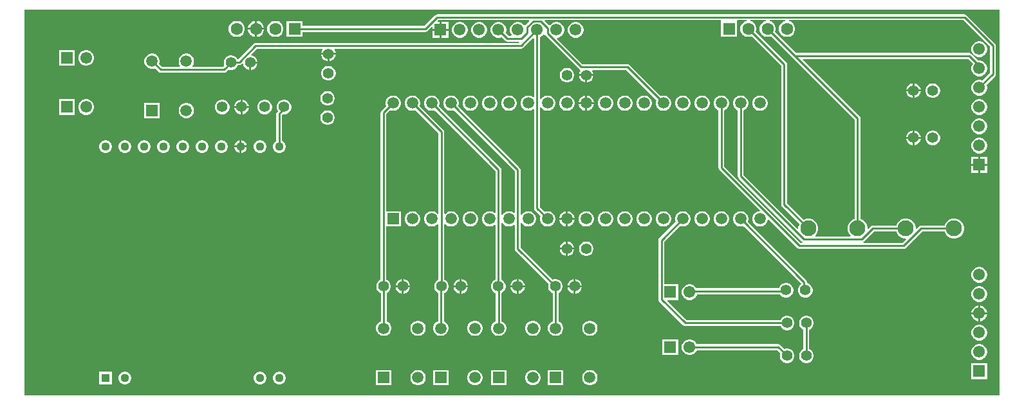
<source format=gtl>
G04*
G04 #@! TF.GenerationSoftware,Altium Limited,Altium Designer,21.8.1 (53)*
G04*
G04 Layer_Physical_Order=1*
G04 Layer_Color=255*
%FSLAX25Y25*%
%MOIN*%
G70*
G04*
G04 #@! TF.SameCoordinates,070E7AC9-1739-4787-A23A-BD7F06799364*
G04*
G04*
G04 #@! TF.FilePolarity,Positive*
G04*
G01*
G75*
%ADD11C,0.01000*%
%ADD26C,0.04449*%
%ADD27R,0.04449X0.04449*%
%ADD28C,0.05512*%
%ADD29C,0.05906*%
%ADD30R,0.05906X0.05906*%
%ADD31R,0.06102X0.06102*%
%ADD32C,0.06102*%
%ADD33C,0.08268*%
%ADD34C,0.06299*%
%ADD35R,0.06299X0.06299*%
%ADD36R,0.06102X0.06102*%
G36*
X605000Y100000D02*
X100000D01*
Y300000D01*
X605000D01*
Y100000D01*
D02*
G37*
%LPC*%
G36*
X220546Y294150D02*
X220500D01*
Y290500D01*
X224150D01*
Y290546D01*
X223867Y291602D01*
X223321Y292548D01*
X222548Y293320D01*
X221602Y293867D01*
X220546Y294150D01*
D02*
G37*
G36*
X219500D02*
X219454D01*
X218398Y293867D01*
X217452Y293320D01*
X216680Y292548D01*
X216133Y291602D01*
X215850Y290546D01*
Y290500D01*
X219500D01*
Y294150D01*
D02*
G37*
G36*
X319551Y293551D02*
X316000D01*
Y290000D01*
X319551D01*
Y293551D01*
D02*
G37*
G36*
X230546Y294150D02*
X229454D01*
X228398Y293867D01*
X227452Y293320D01*
X226679Y292548D01*
X226133Y291602D01*
X225850Y290546D01*
Y289454D01*
X226133Y288398D01*
X226679Y287452D01*
X227452Y286680D01*
X228398Y286133D01*
X229454Y285850D01*
X230546D01*
X231602Y286133D01*
X232548Y286680D01*
X233320Y287452D01*
X233867Y288398D01*
X234150Y289454D01*
Y290546D01*
X233867Y291602D01*
X233320Y292548D01*
X232548Y293320D01*
X231602Y293867D01*
X230546Y294150D01*
D02*
G37*
G36*
X224150Y289500D02*
X220500D01*
Y285850D01*
X220546D01*
X221602Y286133D01*
X222548Y286680D01*
X223321Y287452D01*
X223867Y288398D01*
X224150Y289454D01*
Y289500D01*
D02*
G37*
G36*
X219500D02*
X215850D01*
Y289454D01*
X216133Y288398D01*
X216680Y287452D01*
X217452Y286680D01*
X218398Y286133D01*
X219454Y285850D01*
X219500D01*
Y289500D01*
D02*
G37*
G36*
X210546Y294150D02*
X209454D01*
X208398Y293867D01*
X207452Y293320D01*
X206680Y292548D01*
X206133Y291602D01*
X205850Y290546D01*
Y289454D01*
X206133Y288398D01*
X206680Y287452D01*
X207452Y286680D01*
X208398Y286133D01*
X209454Y285850D01*
X210546D01*
X211602Y286133D01*
X212548Y286680D01*
X213320Y287452D01*
X213867Y288398D01*
X214150Y289454D01*
Y290546D01*
X213867Y291602D01*
X213320Y292548D01*
X212548Y293320D01*
X211602Y293867D01*
X210546Y294150D01*
D02*
G37*
G36*
X386033Y293551D02*
X384967D01*
X383936Y293275D01*
X383013Y292742D01*
X382258Y291987D01*
X381725Y291064D01*
X381449Y290033D01*
Y288967D01*
X381725Y287936D01*
X382258Y287013D01*
X383013Y286258D01*
X383936Y285725D01*
X384967Y285449D01*
X386033D01*
X387064Y285725D01*
X387987Y286258D01*
X388742Y287013D01*
X389275Y287936D01*
X389551Y288967D01*
Y290033D01*
X389275Y291064D01*
X388742Y291987D01*
X387987Y292742D01*
X387064Y293275D01*
X386033Y293551D01*
D02*
G37*
G36*
X336033D02*
X334967D01*
X333936Y293275D01*
X333013Y292742D01*
X332258Y291987D01*
X331725Y291064D01*
X331449Y290033D01*
Y288967D01*
X331725Y287936D01*
X332258Y287013D01*
X333013Y286258D01*
X333936Y285725D01*
X334967Y285449D01*
X336033D01*
X337064Y285725D01*
X337987Y286258D01*
X338742Y287013D01*
X339275Y287936D01*
X339551Y288967D01*
Y290033D01*
X339275Y291064D01*
X338742Y291987D01*
X337987Y292742D01*
X337064Y293275D01*
X336033Y293551D01*
D02*
G37*
G36*
X326033D02*
X324967D01*
X323936Y293275D01*
X323012Y292742D01*
X322258Y291987D01*
X321725Y291064D01*
X321449Y290033D01*
Y288967D01*
X321725Y287936D01*
X322258Y287013D01*
X323012Y286258D01*
X323936Y285725D01*
X324967Y285449D01*
X326033D01*
X327064Y285725D01*
X327988Y286258D01*
X328742Y287013D01*
X329275Y287936D01*
X329551Y288967D01*
Y290033D01*
X329275Y291064D01*
X328742Y291987D01*
X327988Y292742D01*
X327064Y293275D01*
X326033Y293551D01*
D02*
G37*
G36*
X319551Y289000D02*
X316000D01*
Y285449D01*
X319551D01*
Y289000D01*
D02*
G37*
G36*
X315000D02*
X311449D01*
Y285449D01*
X315000D01*
Y289000D01*
D02*
G37*
G36*
X595033Y283551D02*
X593967D01*
X592936Y283275D01*
X592013Y282742D01*
X591258Y281988D01*
X590725Y281064D01*
X590449Y280033D01*
Y278967D01*
X590725Y277936D01*
X591258Y277012D01*
X592013Y276258D01*
X592936Y275725D01*
X593967Y275449D01*
X595033D01*
X596064Y275725D01*
X596987Y276258D01*
X597742Y277012D01*
X598275Y277936D01*
X598551Y278967D01*
Y280033D01*
X598275Y281064D01*
X597742Y281988D01*
X596987Y282742D01*
X596064Y283275D01*
X595033Y283551D01*
D02*
G37*
G36*
X261254Y276500D02*
X258000D01*
Y273246D01*
X258950Y273500D01*
X259806Y273994D01*
X260506Y274694D01*
X261000Y275550D01*
X261254Y276500D01*
D02*
G37*
G36*
X257000D02*
X253746D01*
X254000Y275550D01*
X254495Y274694D01*
X255194Y273994D01*
X256050Y273500D01*
X257000Y273246D01*
Y276500D01*
D02*
G37*
G36*
X132533Y279051D02*
X131467D01*
X130436Y278775D01*
X129513Y278242D01*
X128758Y277487D01*
X128225Y276564D01*
X127949Y275533D01*
Y274467D01*
X128225Y273436D01*
X128758Y272513D01*
X129513Y271758D01*
X130436Y271225D01*
X131467Y270949D01*
X132533D01*
X133564Y271225D01*
X134487Y271758D01*
X135242Y272513D01*
X135775Y273436D01*
X136051Y274467D01*
Y275533D01*
X135775Y276564D01*
X135242Y277487D01*
X134487Y278242D01*
X133564Y278775D01*
X132533Y279051D01*
D02*
G37*
G36*
X126051D02*
X117949D01*
Y270949D01*
X126051D01*
Y279051D01*
D02*
G37*
G36*
X220754Y272000D02*
X217500D01*
Y268746D01*
X218450Y269000D01*
X219306Y269495D01*
X220005Y270194D01*
X220500Y271050D01*
X220754Y272000D01*
D02*
G37*
G36*
X586885Y297581D02*
X313827D01*
X313242Y297464D01*
X312746Y297133D01*
X307143Y291529D01*
X244150D01*
Y294150D01*
X235850D01*
Y285850D01*
X244150D01*
Y288471D01*
X307776D01*
X308362Y288587D01*
X308858Y288919D01*
X310987Y291048D01*
X311449Y290856D01*
Y290000D01*
X315000D01*
Y293551D01*
X314144D01*
X313952Y294013D01*
X314461Y294522D01*
X361269D01*
X361461Y294060D01*
X359419Y292018D01*
X359356Y291924D01*
X358767Y291943D01*
X358742Y291987D01*
X357987Y292742D01*
X357064Y293275D01*
X356033Y293551D01*
X354967D01*
X353936Y293275D01*
X353012Y292742D01*
X352258Y291987D01*
X351725Y291064D01*
X351449Y290033D01*
Y288967D01*
X351725Y287936D01*
X352258Y287013D01*
X352331Y286940D01*
X352139Y286478D01*
X350685D01*
X349257Y287906D01*
X349275Y287936D01*
X349551Y288967D01*
Y290033D01*
X349275Y291064D01*
X348742Y291987D01*
X347988Y292742D01*
X347064Y293275D01*
X346033Y293551D01*
X344967D01*
X343936Y293275D01*
X343012Y292742D01*
X342258Y291987D01*
X341725Y291064D01*
X341449Y290033D01*
Y288967D01*
X341725Y287936D01*
X342258Y287013D01*
X343012Y286258D01*
X343936Y285725D01*
X344967Y285449D01*
X346033D01*
X347064Y285725D01*
X347094Y285743D01*
X348970Y283867D01*
X349466Y283536D01*
X350051Y283419D01*
X356161D01*
X356420Y282919D01*
X356325Y282785D01*
X219737D01*
X219152Y282669D01*
X218656Y282337D01*
X210745Y274427D01*
X210195Y274479D01*
X210005Y274806D01*
X209306Y275505D01*
X208450Y276000D01*
X207494Y276256D01*
X206505D01*
X205550Y276000D01*
X204694Y275505D01*
X203994Y274806D01*
X203500Y273950D01*
X203244Y272994D01*
Y272006D01*
X203476Y271139D01*
X202709Y270372D01*
X187178D01*
X186987Y270834D01*
X187021Y270868D01*
X187542Y271769D01*
X187811Y272775D01*
Y273816D01*
X187542Y274821D01*
X187021Y275722D01*
X186285Y276458D01*
X185384Y276979D01*
X184379Y277248D01*
X183338D01*
X182333Y276979D01*
X181431Y276458D01*
X180695Y275722D01*
X180175Y274821D01*
X179905Y273816D01*
Y272775D01*
X180175Y271769D01*
X180695Y270868D01*
X180730Y270834D01*
X180538Y270372D01*
X171228D01*
X169826Y271774D01*
X170095Y272775D01*
Y273816D01*
X169825Y274821D01*
X169305Y275722D01*
X168569Y276458D01*
X167667Y276979D01*
X166662Y277248D01*
X165621D01*
X164616Y276979D01*
X163715Y276458D01*
X162979Y275722D01*
X162458Y274821D01*
X162189Y273816D01*
Y272775D01*
X162458Y271769D01*
X162979Y270868D01*
X163715Y270132D01*
X164616Y269612D01*
X165621Y269342D01*
X166662D01*
X167663Y269611D01*
X169513Y267761D01*
X170009Y267429D01*
X170595Y267313D01*
X203343D01*
X203928Y267429D01*
X204424Y267761D01*
X205639Y268976D01*
X206505Y268744D01*
X207494D01*
X208450Y269000D01*
X209306Y269495D01*
X210005Y270194D01*
X210500Y271050D01*
X210552Y271245D01*
X211256D01*
X211841Y271362D01*
X212337Y271693D01*
X212798Y272153D01*
X213268Y271917D01*
X213500Y271050D01*
X213995Y270194D01*
X214694Y269495D01*
X215550Y269000D01*
X216500Y268746D01*
Y272500D01*
X217000D01*
Y273000D01*
X220754D01*
X220500Y273950D01*
X220005Y274806D01*
X219306Y275505D01*
X218450Y276000D01*
X217583Y276232D01*
X217347Y276702D01*
X220371Y279727D01*
X254283D01*
X254449Y279226D01*
X254000Y278450D01*
X253746Y277500D01*
X257500D01*
X261254D01*
X261000Y278450D01*
X260552Y279226D01*
X260717Y279727D01*
X357256D01*
X357841Y279843D01*
X358337Y280174D01*
X363471Y285308D01*
X363971Y285101D01*
Y254773D01*
X363509Y254581D01*
X363427Y254663D01*
X362526Y255183D01*
X361520Y255453D01*
X360480D01*
X359474Y255183D01*
X358573Y254663D01*
X357837Y253927D01*
X357317Y253026D01*
X357047Y252020D01*
Y250980D01*
X357317Y249974D01*
X357837Y249073D01*
X358573Y248337D01*
X359474Y247817D01*
X360480Y247547D01*
X361520D01*
X362526Y247817D01*
X363427Y248337D01*
X363509Y248419D01*
X363971Y248227D01*
Y197000D01*
X364087Y196415D01*
X364419Y195919D01*
X367316Y193022D01*
X367047Y192020D01*
Y190980D01*
X367317Y189974D01*
X367837Y189073D01*
X368573Y188337D01*
X369474Y187817D01*
X370480Y187547D01*
X371520D01*
X372526Y187817D01*
X373427Y188337D01*
X374163Y189073D01*
X374683Y189974D01*
X374953Y190980D01*
Y192020D01*
X374683Y193026D01*
X374163Y193927D01*
X373427Y194663D01*
X372526Y195183D01*
X371520Y195453D01*
X370480D01*
X369478Y195185D01*
X367029Y197634D01*
Y249472D01*
X367529Y249606D01*
X367837Y249073D01*
X368573Y248337D01*
X369474Y247817D01*
X370480Y247547D01*
X371520D01*
X372526Y247817D01*
X373427Y248337D01*
X374163Y249073D01*
X374683Y249974D01*
X374953Y250980D01*
Y252020D01*
X374683Y253026D01*
X374163Y253927D01*
X373427Y254663D01*
X372526Y255183D01*
X371520Y255453D01*
X370480D01*
X369474Y255183D01*
X368573Y254663D01*
X367837Y253927D01*
X367529Y253394D01*
X367029Y253528D01*
Y285716D01*
X367064Y285725D01*
X367987Y286258D01*
X368742Y287013D01*
X368956Y287383D01*
X369483Y287296D01*
X369536Y287030D01*
X369867Y286533D01*
X387226Y269175D01*
X387722Y268843D01*
X387807Y268826D01*
X387830Y268794D01*
X387995Y268306D01*
X387981Y268282D01*
X387500Y267450D01*
X387246Y266500D01*
X394754D01*
X394500Y267450D01*
X394052Y268227D01*
X394216Y268726D01*
X411611D01*
X427316Y253022D01*
X427047Y252020D01*
Y250980D01*
X427317Y249974D01*
X427837Y249073D01*
X428573Y248337D01*
X429474Y247817D01*
X430480Y247547D01*
X431520D01*
X432526Y247817D01*
X433427Y248337D01*
X434163Y249073D01*
X434683Y249974D01*
X434953Y250980D01*
Y252020D01*
X434683Y253026D01*
X434163Y253927D01*
X433427Y254663D01*
X432526Y255183D01*
X431520Y255453D01*
X430480D01*
X429478Y255185D01*
X413326Y271337D01*
X412829Y271669D01*
X412244Y271785D01*
X388941D01*
X375740Y284987D01*
X375931Y285449D01*
X376033D01*
X377064Y285725D01*
X377988Y286258D01*
X378742Y287013D01*
X379275Y287936D01*
X379551Y288967D01*
Y290033D01*
X379275Y291064D01*
X378742Y291987D01*
X377988Y292742D01*
X377064Y293275D01*
X376033Y293551D01*
X374967D01*
X373936Y293275D01*
X373012Y292742D01*
X372288Y292018D01*
X372143Y291922D01*
X371731Y291868D01*
X369539Y294060D01*
X369731Y294522D01*
X460542D01*
X460850Y294150D01*
X460850Y294022D01*
Y285850D01*
X469150D01*
Y294022D01*
X469150Y294150D01*
X469458Y294522D01*
X473911D01*
X473977Y294022D01*
X473398Y293867D01*
X472452Y293320D01*
X471679Y292548D01*
X471133Y291602D01*
X470850Y290546D01*
Y289454D01*
X471133Y288398D01*
X471679Y287452D01*
X472452Y286680D01*
X473398Y286133D01*
X474454Y285850D01*
X475546D01*
X476602Y286133D01*
X476666Y286171D01*
X491971Y270866D01*
Y199000D01*
X492087Y198415D01*
X492419Y197919D01*
X501450Y188887D01*
X501216Y188482D01*
X500866Y187176D01*
Y186483D01*
X500404Y186291D01*
X472529Y214166D01*
Y247819D01*
X473427Y248337D01*
X474163Y249073D01*
X474683Y249974D01*
X474953Y250980D01*
Y252020D01*
X474683Y253026D01*
X474163Y253927D01*
X473427Y254663D01*
X472526Y255183D01*
X471520Y255453D01*
X470480D01*
X469474Y255183D01*
X468573Y254663D01*
X467837Y253927D01*
X467317Y253026D01*
X467047Y252020D01*
Y250980D01*
X467317Y249974D01*
X467837Y249073D01*
X468573Y248337D01*
X469471Y247819D01*
Y213532D01*
X469587Y212947D01*
X469919Y212451D01*
X502585Y179785D01*
X502967Y179529D01*
X502844Y179029D01*
X502134D01*
X462529Y218634D01*
Y247819D01*
X463427Y248337D01*
X464163Y249073D01*
X464683Y249974D01*
X464953Y250980D01*
Y252020D01*
X464683Y253026D01*
X464163Y253927D01*
X463427Y254663D01*
X462526Y255183D01*
X461520Y255453D01*
X460480D01*
X459474Y255183D01*
X458573Y254663D01*
X457837Y253927D01*
X457317Y253026D01*
X457047Y252020D01*
Y250980D01*
X457317Y249974D01*
X457837Y249073D01*
X458573Y248337D01*
X459471Y247819D01*
Y218000D01*
X459587Y217415D01*
X459919Y216919D01*
X480922Y195915D01*
X480731Y195453D01*
X480480D01*
X479474Y195183D01*
X478573Y194663D01*
X477837Y193927D01*
X477317Y193026D01*
X477047Y192020D01*
Y190980D01*
X477317Y189974D01*
X477837Y189073D01*
X478573Y188337D01*
X479474Y187817D01*
X480480Y187547D01*
X481520D01*
X482526Y187817D01*
X483427Y188337D01*
X484163Y189073D01*
X484683Y189974D01*
X484953Y190980D01*
Y191231D01*
X485415Y191422D01*
X500419Y176419D01*
X500915Y176087D01*
X501500Y175971D01*
X555468D01*
X556053Y176087D01*
X556549Y176419D01*
X565101Y184971D01*
X576595D01*
X576716Y184518D01*
X577392Y183348D01*
X578348Y182392D01*
X579518Y181716D01*
X580824Y181366D01*
X582176D01*
X583482Y181716D01*
X584652Y182392D01*
X585608Y183348D01*
X586284Y184518D01*
X586634Y185824D01*
Y187176D01*
X586284Y188482D01*
X585608Y189652D01*
X584652Y190608D01*
X583482Y191284D01*
X582176Y191634D01*
X580824D01*
X579518Y191284D01*
X578348Y190608D01*
X577392Y189652D01*
X576716Y188482D01*
X576595Y188029D01*
X564467D01*
X563882Y187913D01*
X563386Y187581D01*
X562096Y186291D01*
X561634Y186483D01*
Y187176D01*
X561284Y188482D01*
X560608Y189652D01*
X559652Y190608D01*
X558482Y191284D01*
X557176Y191634D01*
X555824D01*
X554518Y191284D01*
X553348Y190608D01*
X552392Y189652D01*
X551716Y188482D01*
X551595Y188029D01*
X539467D01*
X538882Y187913D01*
X538386Y187581D01*
X537096Y186291D01*
X536634Y186483D01*
Y187176D01*
X536284Y188482D01*
X535608Y189652D01*
X534652Y190608D01*
X533482Y191284D01*
X533029Y191405D01*
Y243500D01*
X532913Y244085D01*
X532581Y244581D01*
X503154Y274009D01*
X503346Y274471D01*
X588747D01*
X591248Y271970D01*
X590725Y271064D01*
X590449Y270033D01*
Y268967D01*
X590725Y267936D01*
X591258Y267013D01*
X592013Y266258D01*
X592936Y265725D01*
X593967Y265449D01*
X595033D01*
X596064Y265725D01*
X596987Y266258D01*
X597742Y267013D01*
X598275Y267936D01*
X598551Y268967D01*
Y270033D01*
X598275Y271064D01*
X597742Y271988D01*
X596987Y272742D01*
X596064Y273275D01*
X595033Y273551D01*
X593992D01*
X590462Y277081D01*
X589966Y277413D01*
X589381Y277529D01*
X499634D01*
X488829Y288334D01*
X488867Y288398D01*
X489150Y289454D01*
Y290546D01*
X488867Y291602D01*
X488320Y292548D01*
X487548Y293320D01*
X486602Y293867D01*
X486023Y294022D01*
X486089Y294522D01*
X493911D01*
X493977Y294022D01*
X493398Y293867D01*
X492452Y293320D01*
X491679Y292548D01*
X491133Y291602D01*
X490850Y290546D01*
Y289454D01*
X491133Y288398D01*
X491679Y287452D01*
X492452Y286680D01*
X493398Y286133D01*
X494454Y285850D01*
X495546D01*
X496602Y286133D01*
X497548Y286680D01*
X498320Y287452D01*
X498867Y288398D01*
X499150Y289454D01*
Y290546D01*
X498867Y291602D01*
X498320Y292548D01*
X497548Y293320D01*
X496602Y293867D01*
X496023Y294022D01*
X496089Y294522D01*
X586252D01*
X600022Y280752D01*
Y267185D01*
X596095Y263257D01*
X596064Y263275D01*
X595033Y263551D01*
X593967D01*
X592936Y263275D01*
X592013Y262742D01*
X591258Y261987D01*
X590725Y261064D01*
X590449Y260033D01*
Y258967D01*
X590725Y257936D01*
X591258Y257013D01*
X592013Y256258D01*
X592936Y255725D01*
X593967Y255449D01*
X595033D01*
X596064Y255725D01*
X596987Y256258D01*
X597742Y257013D01*
X598275Y257936D01*
X598551Y258967D01*
Y260033D01*
X598275Y261064D01*
X598257Y261094D01*
X602633Y265470D01*
X602964Y265966D01*
X603081Y266551D01*
Y281385D01*
X602964Y281970D01*
X602633Y282467D01*
X587967Y297133D01*
X587470Y297464D01*
X586885Y297581D01*
D02*
G37*
G36*
X257995Y270756D02*
X257006D01*
X256050Y270500D01*
X255194Y270005D01*
X254495Y269306D01*
X254000Y268450D01*
X253744Y267495D01*
Y266506D01*
X254000Y265550D01*
X254495Y264694D01*
X255194Y263995D01*
X256050Y263500D01*
X257006Y263244D01*
X257995D01*
X258950Y263500D01*
X259806Y263995D01*
X260506Y264694D01*
X261000Y265550D01*
X261256Y266506D01*
Y267495D01*
X261000Y268450D01*
X260506Y269306D01*
X259806Y270005D01*
X258950Y270500D01*
X257995Y270756D01*
D02*
G37*
G36*
X394754Y265500D02*
X391500D01*
Y262246D01*
X392450Y262500D01*
X393306Y262995D01*
X394005Y263694D01*
X394500Y264550D01*
X394754Y265500D01*
D02*
G37*
G36*
X390500D02*
X387246D01*
X387500Y264550D01*
X387995Y263694D01*
X388694Y262995D01*
X389550Y262500D01*
X390500Y262246D01*
Y265500D01*
D02*
G37*
G36*
X381494Y269756D02*
X380505D01*
X379550Y269500D01*
X378694Y269005D01*
X377994Y268306D01*
X377500Y267450D01*
X377244Y266494D01*
Y265506D01*
X377500Y264550D01*
X377994Y263694D01*
X378694Y262995D01*
X379550Y262500D01*
X380505Y262244D01*
X381494D01*
X382450Y262500D01*
X383306Y262995D01*
X384005Y263694D01*
X384500Y264550D01*
X384756Y265506D01*
Y266494D01*
X384500Y267450D01*
X384005Y268306D01*
X383306Y269005D01*
X382450Y269500D01*
X381494Y269756D01*
D02*
G37*
G36*
X561000Y261754D02*
Y258500D01*
X564254D01*
X564000Y259450D01*
X563506Y260306D01*
X562806Y261005D01*
X561950Y261500D01*
X561000Y261754D01*
D02*
G37*
G36*
X560000D02*
X559050Y261500D01*
X558194Y261005D01*
X557494Y260306D01*
X557000Y259450D01*
X556746Y258500D01*
X560000D01*
Y261754D01*
D02*
G37*
G36*
X564254Y257500D02*
X561000D01*
Y254246D01*
X561950Y254500D01*
X562806Y254995D01*
X563506Y255694D01*
X564000Y256550D01*
X564254Y257500D01*
D02*
G37*
G36*
X560000D02*
X556746D01*
X557000Y256550D01*
X557494Y255694D01*
X558194Y254995D01*
X559050Y254500D01*
X560000Y254246D01*
Y257500D01*
D02*
G37*
G36*
X570995Y261756D02*
X570006D01*
X569050Y261500D01*
X568194Y261005D01*
X567494Y260306D01*
X567000Y259450D01*
X566744Y258494D01*
Y257505D01*
X567000Y256550D01*
X567494Y255694D01*
X568194Y254995D01*
X569050Y254500D01*
X570006Y254244D01*
X570995D01*
X571950Y254500D01*
X572806Y254995D01*
X573505Y255694D01*
X574000Y256550D01*
X574256Y257505D01*
Y258494D01*
X574000Y259450D01*
X573505Y260306D01*
X572806Y261005D01*
X571950Y261500D01*
X570995Y261756D01*
D02*
G37*
G36*
X391520Y255453D02*
X391500D01*
Y252000D01*
X394953D01*
Y252020D01*
X394683Y253026D01*
X394163Y253927D01*
X393427Y254663D01*
X392526Y255183D01*
X391520Y255453D01*
D02*
G37*
G36*
X390500D02*
X390480D01*
X389474Y255183D01*
X388573Y254663D01*
X387837Y253927D01*
X387317Y253026D01*
X387047Y252020D01*
Y252000D01*
X390500D01*
Y255453D01*
D02*
G37*
G36*
X257494Y257756D02*
X256505D01*
X255550Y257500D01*
X254694Y257006D01*
X253994Y256306D01*
X253500Y255450D01*
X253244Y254495D01*
Y253505D01*
X253500Y252550D01*
X253994Y251694D01*
X254694Y250994D01*
X255550Y250500D01*
X256505Y250244D01*
X257494D01*
X258450Y250500D01*
X259306Y250994D01*
X260005Y251694D01*
X260500Y252550D01*
X260756Y253505D01*
Y254495D01*
X260500Y255450D01*
X260005Y256306D01*
X259306Y257006D01*
X258450Y257500D01*
X257494Y257756D01*
D02*
G37*
G36*
X213000Y253254D02*
Y250000D01*
X216254D01*
X216000Y250950D01*
X215506Y251806D01*
X214806Y252505D01*
X213950Y253000D01*
X213000Y253254D01*
D02*
G37*
G36*
X212000D02*
X211050Y253000D01*
X210194Y252505D01*
X209494Y251806D01*
X209000Y250950D01*
X208746Y250000D01*
X212000D01*
Y253254D01*
D02*
G37*
G36*
X481520Y255453D02*
X480480D01*
X479474Y255183D01*
X478573Y254663D01*
X477837Y253927D01*
X477317Y253026D01*
X477047Y252020D01*
Y250980D01*
X477317Y249974D01*
X477837Y249073D01*
X478573Y248337D01*
X479474Y247817D01*
X480480Y247547D01*
X481520D01*
X482526Y247817D01*
X483427Y248337D01*
X484163Y249073D01*
X484683Y249974D01*
X484953Y250980D01*
Y252020D01*
X484683Y253026D01*
X484163Y253927D01*
X483427Y254663D01*
X482526Y255183D01*
X481520Y255453D01*
D02*
G37*
G36*
X451520D02*
X450480D01*
X449474Y255183D01*
X448573Y254663D01*
X447837Y253927D01*
X447317Y253026D01*
X447047Y252020D01*
Y250980D01*
X447317Y249974D01*
X447837Y249073D01*
X448573Y248337D01*
X449474Y247817D01*
X450480Y247547D01*
X451520D01*
X452526Y247817D01*
X453427Y248337D01*
X454163Y249073D01*
X454683Y249974D01*
X454953Y250980D01*
Y252020D01*
X454683Y253026D01*
X454163Y253927D01*
X453427Y254663D01*
X452526Y255183D01*
X451520Y255453D01*
D02*
G37*
G36*
X441520D02*
X440480D01*
X439474Y255183D01*
X438573Y254663D01*
X437837Y253927D01*
X437317Y253026D01*
X437047Y252020D01*
Y250980D01*
X437317Y249974D01*
X437837Y249073D01*
X438573Y248337D01*
X439474Y247817D01*
X440480Y247547D01*
X441520D01*
X442526Y247817D01*
X443427Y248337D01*
X444163Y249073D01*
X444683Y249974D01*
X444953Y250980D01*
Y252020D01*
X444683Y253026D01*
X444163Y253927D01*
X443427Y254663D01*
X442526Y255183D01*
X441520Y255453D01*
D02*
G37*
G36*
X421520D02*
X420480D01*
X419474Y255183D01*
X418573Y254663D01*
X417837Y253927D01*
X417317Y253026D01*
X417047Y252020D01*
Y250980D01*
X417317Y249974D01*
X417837Y249073D01*
X418573Y248337D01*
X419474Y247817D01*
X420480Y247547D01*
X421520D01*
X422526Y247817D01*
X423427Y248337D01*
X424163Y249073D01*
X424683Y249974D01*
X424953Y250980D01*
Y252020D01*
X424683Y253026D01*
X424163Y253927D01*
X423427Y254663D01*
X422526Y255183D01*
X421520Y255453D01*
D02*
G37*
G36*
X411520D02*
X410480D01*
X409474Y255183D01*
X408573Y254663D01*
X407837Y253927D01*
X407317Y253026D01*
X407047Y252020D01*
Y250980D01*
X407317Y249974D01*
X407837Y249073D01*
X408573Y248337D01*
X409474Y247817D01*
X410480Y247547D01*
X411520D01*
X412526Y247817D01*
X413427Y248337D01*
X414163Y249073D01*
X414683Y249974D01*
X414953Y250980D01*
Y252020D01*
X414683Y253026D01*
X414163Y253927D01*
X413427Y254663D01*
X412526Y255183D01*
X411520Y255453D01*
D02*
G37*
G36*
X401520D02*
X400480D01*
X399474Y255183D01*
X398573Y254663D01*
X397837Y253927D01*
X397317Y253026D01*
X397047Y252020D01*
Y250980D01*
X397317Y249974D01*
X397837Y249073D01*
X398573Y248337D01*
X399474Y247817D01*
X400480Y247547D01*
X401520D01*
X402526Y247817D01*
X403427Y248337D01*
X404163Y249073D01*
X404683Y249974D01*
X404953Y250980D01*
Y252020D01*
X404683Y253026D01*
X404163Y253927D01*
X403427Y254663D01*
X402526Y255183D01*
X401520Y255453D01*
D02*
G37*
G36*
X394953Y251000D02*
X391500D01*
Y247547D01*
X391520D01*
X392526Y247817D01*
X393427Y248337D01*
X394163Y249073D01*
X394683Y249974D01*
X394953Y250980D01*
Y251000D01*
D02*
G37*
G36*
X390500D02*
X387047D01*
Y250980D01*
X387317Y249974D01*
X387837Y249073D01*
X388573Y248337D01*
X389474Y247817D01*
X390480Y247547D01*
X390500D01*
Y251000D01*
D02*
G37*
G36*
X381520Y255453D02*
X380480D01*
X379474Y255183D01*
X378573Y254663D01*
X377837Y253927D01*
X377317Y253026D01*
X377047Y252020D01*
Y250980D01*
X377317Y249974D01*
X377837Y249073D01*
X378573Y248337D01*
X379474Y247817D01*
X380480Y247547D01*
X381520D01*
X382526Y247817D01*
X383427Y248337D01*
X384163Y249073D01*
X384683Y249974D01*
X384953Y250980D01*
Y252020D01*
X384683Y253026D01*
X384163Y253927D01*
X383427Y254663D01*
X382526Y255183D01*
X381520Y255453D01*
D02*
G37*
G36*
X351520D02*
X350480D01*
X349474Y255183D01*
X348573Y254663D01*
X347837Y253927D01*
X347317Y253026D01*
X347047Y252020D01*
Y250980D01*
X347317Y249974D01*
X347837Y249073D01*
X348573Y248337D01*
X349474Y247817D01*
X350480Y247547D01*
X351520D01*
X352526Y247817D01*
X353427Y248337D01*
X354163Y249073D01*
X354683Y249974D01*
X354953Y250980D01*
Y252020D01*
X354683Y253026D01*
X354163Y253927D01*
X353427Y254663D01*
X352526Y255183D01*
X351520Y255453D01*
D02*
G37*
G36*
X341520D02*
X340480D01*
X339474Y255183D01*
X338573Y254663D01*
X337837Y253927D01*
X337317Y253026D01*
X337047Y252020D01*
Y250980D01*
X337317Y249974D01*
X337837Y249073D01*
X338573Y248337D01*
X339474Y247817D01*
X340480Y247547D01*
X341520D01*
X342526Y247817D01*
X343427Y248337D01*
X344163Y249073D01*
X344683Y249974D01*
X344953Y250980D01*
Y252020D01*
X344683Y253026D01*
X344163Y253927D01*
X343427Y254663D01*
X342526Y255183D01*
X341520Y255453D01*
D02*
G37*
G36*
X331520D02*
X330480D01*
X329474Y255183D01*
X328573Y254663D01*
X327837Y253927D01*
X327317Y253026D01*
X327047Y252020D01*
Y250980D01*
X327317Y249974D01*
X327837Y249073D01*
X328573Y248337D01*
X329474Y247817D01*
X330480Y247547D01*
X331520D01*
X332526Y247817D01*
X333427Y248337D01*
X334163Y249073D01*
X334683Y249974D01*
X334953Y250980D01*
Y252020D01*
X334683Y253026D01*
X334163Y253927D01*
X333427Y254663D01*
X332526Y255183D01*
X331520Y255453D01*
D02*
G37*
G36*
X291520D02*
X290480D01*
X289474Y255183D01*
X288573Y254663D01*
X287837Y253927D01*
X287317Y253026D01*
X287047Y252020D01*
Y250980D01*
X287316Y249978D01*
X284919Y247581D01*
X284587Y247085D01*
X284471Y246500D01*
Y159954D01*
X283694Y159505D01*
X282995Y158806D01*
X282500Y157950D01*
X282244Y156994D01*
Y156006D01*
X282500Y155050D01*
X282995Y154194D01*
X283694Y153495D01*
X284542Y153005D01*
Y138436D01*
X283715Y137958D01*
X282979Y137222D01*
X282458Y136321D01*
X282189Y135316D01*
Y134275D01*
X282458Y133270D01*
X282979Y132368D01*
X283715Y131632D01*
X284616Y131112D01*
X285621Y130842D01*
X286662D01*
X287667Y131112D01*
X288569Y131632D01*
X289305Y132368D01*
X289825Y133270D01*
X290094Y134275D01*
Y135316D01*
X289825Y136321D01*
X289305Y137222D01*
X288569Y137958D01*
X287667Y138479D01*
X287600Y138497D01*
Y153087D01*
X288306Y153495D01*
X289005Y154194D01*
X289500Y155050D01*
X289756Y156006D01*
Y156994D01*
X289500Y157950D01*
X289005Y158806D01*
X288306Y159505D01*
X287529Y159954D01*
Y187547D01*
X294953D01*
Y195453D01*
X287529D01*
Y245866D01*
X289478Y247815D01*
X290480Y247547D01*
X291520D01*
X292526Y247817D01*
X293427Y248337D01*
X294163Y249073D01*
X294683Y249974D01*
X294953Y250980D01*
Y252020D01*
X294683Y253026D01*
X294163Y253927D01*
X293427Y254663D01*
X292526Y255183D01*
X291520Y255453D01*
D02*
G37*
G36*
X216254Y249000D02*
X213000D01*
Y245746D01*
X213950Y246000D01*
X214806Y246495D01*
X215506Y247194D01*
X216000Y248050D01*
X216254Y249000D01*
D02*
G37*
G36*
X212000D02*
X208746D01*
X209000Y248050D01*
X209494Y247194D01*
X210194Y246495D01*
X211050Y246000D01*
X212000Y245746D01*
Y249000D01*
D02*
G37*
G36*
X234995Y253256D02*
X234005D01*
X233050Y253000D01*
X232194Y252505D01*
X231494Y251806D01*
X231000Y250950D01*
X230744Y249994D01*
Y249006D01*
X231000Y248050D01*
X231325Y247488D01*
X230919Y247081D01*
X230587Y246585D01*
X230471Y246000D01*
Y231840D01*
X230020Y231580D01*
X229420Y230980D01*
X228995Y230245D01*
X228776Y229425D01*
Y228575D01*
X228995Y227755D01*
X229420Y227020D01*
X230020Y226420D01*
X230755Y225995D01*
X231575Y225776D01*
X232424D01*
X233245Y225995D01*
X233980Y226420D01*
X234580Y227020D01*
X235005Y227755D01*
X235224Y228575D01*
Y229425D01*
X235005Y230245D01*
X234580Y230980D01*
X233980Y231580D01*
X233529Y231840D01*
Y245367D01*
X233928Y245765D01*
X234005Y245744D01*
X234995D01*
X235950Y246000D01*
X236806Y246495D01*
X237506Y247194D01*
X238000Y248050D01*
X238256Y249006D01*
Y249994D01*
X238000Y250950D01*
X237506Y251806D01*
X236806Y252505D01*
X235950Y253000D01*
X234995Y253256D01*
D02*
G37*
G36*
X224994D02*
X224006D01*
X223050Y253000D01*
X222194Y252505D01*
X221495Y251806D01*
X221000Y250950D01*
X220744Y249994D01*
Y249006D01*
X221000Y248050D01*
X221495Y247194D01*
X222194Y246495D01*
X223050Y246000D01*
X224006Y245744D01*
X224994D01*
X225950Y246000D01*
X226806Y246495D01*
X227505Y247194D01*
X228000Y248050D01*
X228256Y249006D01*
Y249994D01*
X228000Y250950D01*
X227505Y251806D01*
X226806Y252505D01*
X225950Y253000D01*
X224994Y253256D01*
D02*
G37*
G36*
X202994D02*
X202006D01*
X201050Y253000D01*
X200194Y252505D01*
X199495Y251806D01*
X199000Y250950D01*
X198744Y249994D01*
Y249006D01*
X199000Y248050D01*
X199495Y247194D01*
X200194Y246495D01*
X201050Y246000D01*
X202006Y245744D01*
X202994D01*
X203950Y246000D01*
X204806Y246495D01*
X205505Y247194D01*
X206000Y248050D01*
X206256Y249006D01*
Y249994D01*
X206000Y250950D01*
X205505Y251806D01*
X204806Y252505D01*
X203950Y253000D01*
X202994Y253256D01*
D02*
G37*
G36*
X595033Y253551D02*
X593967D01*
X592936Y253275D01*
X592013Y252742D01*
X591258Y251988D01*
X590725Y251064D01*
X590449Y250033D01*
Y248967D01*
X590725Y247936D01*
X591258Y247012D01*
X592013Y246258D01*
X592936Y245725D01*
X593967Y245449D01*
X595033D01*
X596064Y245725D01*
X596987Y246258D01*
X597742Y247012D01*
X598275Y247936D01*
X598551Y248967D01*
Y250033D01*
X598275Y251064D01*
X597742Y251988D01*
X596987Y252742D01*
X596064Y253275D01*
X595033Y253551D01*
D02*
G37*
G36*
X132533D02*
X131467D01*
X130436Y253275D01*
X129513Y252742D01*
X128758Y251988D01*
X128225Y251064D01*
X127949Y250033D01*
Y248967D01*
X128225Y247936D01*
X128758Y247012D01*
X129513Y246258D01*
X130436Y245725D01*
X131467Y245449D01*
X132533D01*
X133564Y245725D01*
X134487Y246258D01*
X135242Y247012D01*
X135775Y247936D01*
X136051Y248967D01*
Y250033D01*
X135775Y251064D01*
X135242Y251988D01*
X134487Y252742D01*
X133564Y253275D01*
X132533Y253551D01*
D02*
G37*
G36*
X126051D02*
X117949D01*
Y245449D01*
X126051D01*
Y253551D01*
D02*
G37*
G36*
X184379Y251658D02*
X183338D01*
X182333Y251388D01*
X181431Y250868D01*
X180695Y250132D01*
X180175Y249230D01*
X179905Y248225D01*
Y247184D01*
X180175Y246179D01*
X180695Y245278D01*
X181431Y244542D01*
X182333Y244021D01*
X183338Y243752D01*
X184379D01*
X185384Y244021D01*
X186285Y244542D01*
X187021Y245278D01*
X187542Y246179D01*
X187811Y247184D01*
Y248225D01*
X187542Y249230D01*
X187021Y250132D01*
X186285Y250868D01*
X185384Y251388D01*
X184379Y251658D01*
D02*
G37*
G36*
X170095D02*
X162189D01*
Y243752D01*
X170095D01*
Y251658D01*
D02*
G37*
G36*
X257494Y247756D02*
X256505D01*
X255550Y247500D01*
X254694Y247006D01*
X253994Y246306D01*
X253500Y245450D01*
X253244Y244495D01*
Y243506D01*
X253500Y242550D01*
X253994Y241694D01*
X254694Y240995D01*
X255550Y240500D01*
X256505Y240244D01*
X257494D01*
X258450Y240500D01*
X259306Y240995D01*
X260005Y241694D01*
X260500Y242550D01*
X260756Y243506D01*
Y244495D01*
X260500Y245450D01*
X260005Y246306D01*
X259306Y247006D01*
X258450Y247500D01*
X257494Y247756D01*
D02*
G37*
G36*
X595033Y243551D02*
X593967D01*
X592936Y243275D01*
X592013Y242742D01*
X591258Y241987D01*
X590725Y241064D01*
X590449Y240033D01*
Y238967D01*
X590725Y237936D01*
X591258Y237013D01*
X592013Y236258D01*
X592936Y235725D01*
X593967Y235449D01*
X595033D01*
X596064Y235725D01*
X596987Y236258D01*
X597742Y237013D01*
X598275Y237936D01*
X598551Y238967D01*
Y240033D01*
X598275Y241064D01*
X597742Y241987D01*
X596987Y242742D01*
X596064Y243275D01*
X595033Y243551D01*
D02*
G37*
G36*
X561000Y237254D02*
Y234000D01*
X564254D01*
X564000Y234950D01*
X563506Y235806D01*
X562806Y236506D01*
X561950Y237000D01*
X561000Y237254D01*
D02*
G37*
G36*
X560000D02*
X559050Y237000D01*
X558194Y236506D01*
X557494Y235806D01*
X557000Y234950D01*
X556746Y234000D01*
X560000D01*
Y237254D01*
D02*
G37*
G36*
X564254Y233000D02*
X561000D01*
Y229746D01*
X561950Y230000D01*
X562806Y230494D01*
X563506Y231194D01*
X564000Y232050D01*
X564254Y233000D01*
D02*
G37*
G36*
X560000D02*
X556746D01*
X557000Y232050D01*
X557494Y231194D01*
X558194Y230494D01*
X559050Y230000D01*
X560000Y229746D01*
Y233000D01*
D02*
G37*
G36*
X570995Y237256D02*
X570006D01*
X569050Y237000D01*
X568194Y236506D01*
X567494Y235806D01*
X567000Y234950D01*
X566744Y233995D01*
Y233005D01*
X567000Y232050D01*
X567494Y231194D01*
X568194Y230494D01*
X569050Y230000D01*
X570006Y229744D01*
X570995D01*
X571950Y230000D01*
X572806Y230494D01*
X573505Y231194D01*
X574000Y232050D01*
X574256Y233005D01*
Y233995D01*
X574000Y234950D01*
X573505Y235806D01*
X572806Y236506D01*
X571950Y237000D01*
X570995Y237256D01*
D02*
G37*
G36*
X212500Y232204D02*
Y229500D01*
X215204D01*
X215005Y230245D01*
X214580Y230980D01*
X213980Y231580D01*
X213245Y232005D01*
X212500Y232204D01*
D02*
G37*
G36*
X211500D02*
X210755Y232005D01*
X210020Y231580D01*
X209420Y230980D01*
X208995Y230245D01*
X208796Y229500D01*
X211500D01*
Y232204D01*
D02*
G37*
G36*
X215204Y228500D02*
X212500D01*
Y225796D01*
X213245Y225995D01*
X213980Y226420D01*
X214580Y227020D01*
X215005Y227755D01*
X215204Y228500D01*
D02*
G37*
G36*
X211500D02*
X208796D01*
X208995Y227755D01*
X209420Y227020D01*
X210020Y226420D01*
X210755Y225995D01*
X211500Y225796D01*
Y228500D01*
D02*
G37*
G36*
X222425Y232224D02*
X221575D01*
X220755Y232005D01*
X220020Y231580D01*
X219420Y230980D01*
X218995Y230245D01*
X218776Y229425D01*
Y228575D01*
X218995Y227755D01*
X219420Y227020D01*
X220020Y226420D01*
X220755Y225995D01*
X221575Y225776D01*
X222425D01*
X223245Y225995D01*
X223980Y226420D01*
X224580Y227020D01*
X225005Y227755D01*
X225224Y228575D01*
Y229425D01*
X225005Y230245D01*
X224580Y230980D01*
X223980Y231580D01*
X223245Y232005D01*
X222425Y232224D01*
D02*
G37*
G36*
X202425D02*
X201575D01*
X200755Y232005D01*
X200020Y231580D01*
X199420Y230980D01*
X198995Y230245D01*
X198776Y229425D01*
Y228575D01*
X198995Y227755D01*
X199420Y227020D01*
X200020Y226420D01*
X200755Y225995D01*
X201575Y225776D01*
X202425D01*
X203245Y225995D01*
X203980Y226420D01*
X204580Y227020D01*
X205005Y227755D01*
X205224Y228575D01*
Y229425D01*
X205005Y230245D01*
X204580Y230980D01*
X203980Y231580D01*
X203245Y232005D01*
X202425Y232224D01*
D02*
G37*
G36*
X192424D02*
X191576D01*
X190755Y232005D01*
X190020Y231580D01*
X189420Y230980D01*
X188995Y230245D01*
X188776Y229425D01*
Y228575D01*
X188995Y227755D01*
X189420Y227020D01*
X190020Y226420D01*
X190755Y225995D01*
X191576Y225776D01*
X192424D01*
X193245Y225995D01*
X193980Y226420D01*
X194580Y227020D01*
X195005Y227755D01*
X195224Y228575D01*
Y229425D01*
X195005Y230245D01*
X194580Y230980D01*
X193980Y231580D01*
X193245Y232005D01*
X192424Y232224D01*
D02*
G37*
G36*
X182424D02*
X181576D01*
X180755Y232005D01*
X180020Y231580D01*
X179420Y230980D01*
X178995Y230245D01*
X178776Y229425D01*
Y228575D01*
X178995Y227755D01*
X179420Y227020D01*
X180020Y226420D01*
X180755Y225995D01*
X181576Y225776D01*
X182424D01*
X183245Y225995D01*
X183980Y226420D01*
X184580Y227020D01*
X185005Y227755D01*
X185224Y228575D01*
Y229425D01*
X185005Y230245D01*
X184580Y230980D01*
X183980Y231580D01*
X183245Y232005D01*
X182424Y232224D01*
D02*
G37*
G36*
X172424D02*
X171575D01*
X170755Y232005D01*
X170020Y231580D01*
X169420Y230980D01*
X168995Y230245D01*
X168776Y229425D01*
Y228575D01*
X168995Y227755D01*
X169420Y227020D01*
X170020Y226420D01*
X170755Y225995D01*
X171575Y225776D01*
X172424D01*
X173245Y225995D01*
X173980Y226420D01*
X174580Y227020D01*
X175005Y227755D01*
X175224Y228575D01*
Y229425D01*
X175005Y230245D01*
X174580Y230980D01*
X173980Y231580D01*
X173245Y232005D01*
X172424Y232224D01*
D02*
G37*
G36*
X162425D02*
X161575D01*
X160755Y232005D01*
X160020Y231580D01*
X159420Y230980D01*
X158995Y230245D01*
X158776Y229425D01*
Y228575D01*
X158995Y227755D01*
X159420Y227020D01*
X160020Y226420D01*
X160755Y225995D01*
X161575Y225776D01*
X162425D01*
X163245Y225995D01*
X163980Y226420D01*
X164580Y227020D01*
X165005Y227755D01*
X165224Y228575D01*
Y229425D01*
X165005Y230245D01*
X164580Y230980D01*
X163980Y231580D01*
X163245Y232005D01*
X162425Y232224D01*
D02*
G37*
G36*
X152425D02*
X151576D01*
X150755Y232005D01*
X150020Y231580D01*
X149420Y230980D01*
X148995Y230245D01*
X148776Y229425D01*
Y228575D01*
X148995Y227755D01*
X149420Y227020D01*
X150020Y226420D01*
X150755Y225995D01*
X151576Y225776D01*
X152425D01*
X153245Y225995D01*
X153980Y226420D01*
X154580Y227020D01*
X155005Y227755D01*
X155224Y228575D01*
Y229425D01*
X155005Y230245D01*
X154580Y230980D01*
X153980Y231580D01*
X153245Y232005D01*
X152425Y232224D01*
D02*
G37*
G36*
X142424D02*
X141576D01*
X140755Y232005D01*
X140020Y231580D01*
X139420Y230980D01*
X138995Y230245D01*
X138776Y229425D01*
Y228575D01*
X138995Y227755D01*
X139420Y227020D01*
X140020Y226420D01*
X140755Y225995D01*
X141576Y225776D01*
X142424D01*
X143245Y225995D01*
X143980Y226420D01*
X144580Y227020D01*
X145005Y227755D01*
X145224Y228575D01*
Y229425D01*
X145005Y230245D01*
X144580Y230980D01*
X143980Y231580D01*
X143245Y232005D01*
X142424Y232224D01*
D02*
G37*
G36*
X595033Y233551D02*
X593967D01*
X592936Y233275D01*
X592013Y232742D01*
X591258Y231988D01*
X590725Y231064D01*
X590449Y230033D01*
Y228967D01*
X590725Y227936D01*
X591258Y227012D01*
X592013Y226258D01*
X592936Y225725D01*
X593967Y225449D01*
X595033D01*
X596064Y225725D01*
X596987Y226258D01*
X597742Y227012D01*
X598275Y227936D01*
X598551Y228967D01*
Y230033D01*
X598275Y231064D01*
X597742Y231988D01*
X596987Y232742D01*
X596064Y233275D01*
X595033Y233551D01*
D02*
G37*
G36*
X598551Y223551D02*
X595000D01*
Y220000D01*
X598551D01*
Y223551D01*
D02*
G37*
G36*
X594000D02*
X590449D01*
Y220000D01*
X594000D01*
Y223551D01*
D02*
G37*
G36*
X598551Y219000D02*
X595000D01*
Y215449D01*
X598551D01*
Y219000D01*
D02*
G37*
G36*
X594000D02*
X590449D01*
Y215449D01*
X594000D01*
Y219000D01*
D02*
G37*
G36*
X321520Y255453D02*
X320480D01*
X319474Y255183D01*
X318573Y254663D01*
X317837Y253927D01*
X317317Y253026D01*
X317047Y252020D01*
Y250980D01*
X317317Y249974D01*
X317837Y249073D01*
X318573Y248337D01*
X319474Y247817D01*
X320480Y247547D01*
X321520D01*
X322522Y247815D01*
X353923Y216414D01*
Y194820D01*
X353461Y194629D01*
X353427Y194663D01*
X352526Y195183D01*
X351520Y195453D01*
X350480D01*
X349474Y195183D01*
X348573Y194663D01*
X347837Y193927D01*
X347529Y193394D01*
X347029Y193528D01*
Y217000D01*
X346913Y217585D01*
X346581Y218081D01*
X314685Y249978D01*
X314953Y250980D01*
Y252020D01*
X314683Y253026D01*
X314163Y253927D01*
X313427Y254663D01*
X312526Y255183D01*
X311520Y255453D01*
X310480D01*
X309474Y255183D01*
X308573Y254663D01*
X307837Y253927D01*
X307317Y253026D01*
X307047Y252020D01*
Y250980D01*
X307317Y249974D01*
X307837Y249073D01*
X308573Y248337D01*
X309474Y247817D01*
X310480Y247547D01*
X311520D01*
X312522Y247815D01*
X343971Y216367D01*
Y194773D01*
X343509Y194581D01*
X343427Y194663D01*
X342526Y195183D01*
X341520Y195453D01*
X340480D01*
X339474Y195183D01*
X338573Y194663D01*
X337837Y193927D01*
X337317Y193026D01*
X337047Y192020D01*
Y190980D01*
X337317Y189974D01*
X337837Y189073D01*
X338573Y188337D01*
X339474Y187817D01*
X340480Y187547D01*
X341520D01*
X342526Y187817D01*
X343427Y188337D01*
X343509Y188419D01*
X343971Y188227D01*
Y159954D01*
X343194Y159505D01*
X342495Y158806D01*
X342000Y157950D01*
X341744Y156994D01*
Y156006D01*
X342000Y155050D01*
X342495Y154194D01*
X343194Y153495D01*
X344041Y153005D01*
Y138436D01*
X343215Y137958D01*
X342479Y137222D01*
X341958Y136321D01*
X341689Y135316D01*
Y134275D01*
X341958Y133270D01*
X342479Y132368D01*
X343215Y131632D01*
X344116Y131112D01*
X345121Y130842D01*
X346162D01*
X347167Y131112D01*
X348069Y131632D01*
X348805Y132368D01*
X349325Y133270D01*
X349594Y134275D01*
Y135316D01*
X349325Y136321D01*
X348805Y137222D01*
X348069Y137958D01*
X347167Y138479D01*
X347100Y138497D01*
Y153087D01*
X347806Y153495D01*
X348505Y154194D01*
X349000Y155050D01*
X349256Y156006D01*
Y156994D01*
X349000Y157950D01*
X348505Y158806D01*
X347806Y159505D01*
X347029Y159954D01*
Y189472D01*
X347529Y189606D01*
X347837Y189073D01*
X348573Y188337D01*
X349474Y187817D01*
X350480Y187547D01*
X351520D01*
X352526Y187817D01*
X353427Y188337D01*
X353461Y188371D01*
X353923Y188180D01*
Y176047D01*
X354040Y175462D01*
X354371Y174966D01*
X371476Y157861D01*
X371244Y156994D01*
Y156006D01*
X371500Y155050D01*
X371994Y154194D01*
X372694Y153495D01*
X373541Y153005D01*
Y138436D01*
X372715Y137958D01*
X371979Y137222D01*
X371458Y136321D01*
X371189Y135316D01*
Y134275D01*
X371458Y133270D01*
X371979Y132368D01*
X372715Y131632D01*
X373616Y131112D01*
X374621Y130842D01*
X375662D01*
X376667Y131112D01*
X377569Y131632D01*
X378305Y132368D01*
X378825Y133270D01*
X379095Y134275D01*
Y135316D01*
X378825Y136321D01*
X378305Y137222D01*
X377569Y137958D01*
X376667Y138479D01*
X376600Y138497D01*
Y153087D01*
X377306Y153495D01*
X378006Y154194D01*
X378500Y155050D01*
X378756Y156006D01*
Y156994D01*
X378500Y157950D01*
X378006Y158806D01*
X377306Y159505D01*
X376450Y160000D01*
X375495Y160256D01*
X374505D01*
X373639Y160024D01*
X356982Y176681D01*
Y189554D01*
X357482Y189688D01*
X357837Y189073D01*
X358573Y188337D01*
X359474Y187817D01*
X360480Y187547D01*
X361520D01*
X362526Y187817D01*
X363427Y188337D01*
X364163Y189073D01*
X364683Y189974D01*
X364953Y190980D01*
Y192020D01*
X364683Y193026D01*
X364163Y193927D01*
X363427Y194663D01*
X362526Y195183D01*
X361520Y195453D01*
X360480D01*
X359474Y195183D01*
X358573Y194663D01*
X357837Y193927D01*
X357482Y193312D01*
X356982Y193446D01*
Y217047D01*
X356866Y217633D01*
X356534Y218129D01*
X324685Y249978D01*
X324953Y250980D01*
Y252020D01*
X324683Y253026D01*
X324163Y253927D01*
X323427Y254663D01*
X322526Y255183D01*
X321520Y255453D01*
D02*
G37*
G36*
X301520D02*
X300480D01*
X299474Y255183D01*
X298573Y254663D01*
X297837Y253927D01*
X297317Y253026D01*
X297047Y252020D01*
Y250980D01*
X297317Y249974D01*
X297837Y249073D01*
X298573Y248337D01*
X299474Y247817D01*
X300480Y247547D01*
X301520D01*
X302522Y247815D01*
X314471Y235866D01*
Y194326D01*
X313971Y194119D01*
X313427Y194663D01*
X312526Y195183D01*
X311520Y195453D01*
X310480D01*
X309474Y195183D01*
X308573Y194663D01*
X307837Y193927D01*
X307317Y193026D01*
X307047Y192020D01*
Y190980D01*
X307317Y189974D01*
X307837Y189073D01*
X308573Y188337D01*
X309474Y187817D01*
X310480Y187547D01*
X311520D01*
X312526Y187817D01*
X313427Y188337D01*
X313971Y188881D01*
X314471Y188673D01*
Y159954D01*
X313694Y159505D01*
X312995Y158806D01*
X312500Y157950D01*
X312244Y156994D01*
Y156006D01*
X312500Y155050D01*
X312995Y154194D01*
X313694Y153495D01*
X314292Y153149D01*
Y138526D01*
X314116Y138479D01*
X313215Y137958D01*
X312479Y137222D01*
X311958Y136321D01*
X311689Y135316D01*
Y134275D01*
X311958Y133270D01*
X312479Y132368D01*
X313215Y131632D01*
X314116Y131112D01*
X315121Y130842D01*
X316162D01*
X317167Y131112D01*
X318069Y131632D01*
X318805Y132368D01*
X319325Y133270D01*
X319595Y134275D01*
Y135316D01*
X319325Y136321D01*
X318805Y137222D01*
X318069Y137958D01*
X317350Y138373D01*
Y152973D01*
X317450Y153000D01*
X318306Y153495D01*
X319005Y154194D01*
X319500Y155050D01*
X319756Y156006D01*
Y156994D01*
X319500Y157950D01*
X319005Y158806D01*
X318306Y159505D01*
X317529Y159954D01*
Y188673D01*
X318029Y188881D01*
X318573Y188337D01*
X319474Y187817D01*
X320480Y187547D01*
X321520D01*
X322526Y187817D01*
X323427Y188337D01*
X324163Y189073D01*
X324683Y189974D01*
X324953Y190980D01*
Y192020D01*
X324683Y193026D01*
X324163Y193927D01*
X323427Y194663D01*
X322526Y195183D01*
X321520Y195453D01*
X320480D01*
X319474Y195183D01*
X318573Y194663D01*
X318029Y194119D01*
X317529Y194326D01*
Y236500D01*
X317413Y237085D01*
X317081Y237581D01*
X304684Y249978D01*
X304953Y250980D01*
Y252020D01*
X304683Y253026D01*
X304163Y253927D01*
X303427Y254663D01*
X302526Y255183D01*
X301520Y255453D01*
D02*
G37*
G36*
X381520Y195453D02*
X381500D01*
Y192000D01*
X384953D01*
Y192020D01*
X384683Y193026D01*
X384163Y193927D01*
X383427Y194663D01*
X382526Y195183D01*
X381520Y195453D01*
D02*
G37*
G36*
X380500D02*
X380480D01*
X379474Y195183D01*
X378573Y194663D01*
X377837Y193927D01*
X377317Y193026D01*
X377047Y192020D01*
Y192000D01*
X380500D01*
Y195453D01*
D02*
G37*
G36*
X461520D02*
X460480D01*
X459474Y195183D01*
X458573Y194663D01*
X457837Y193927D01*
X457317Y193026D01*
X457047Y192020D01*
Y190980D01*
X457317Y189974D01*
X457837Y189073D01*
X458573Y188337D01*
X459474Y187817D01*
X460480Y187547D01*
X461520D01*
X462526Y187817D01*
X463427Y188337D01*
X464163Y189073D01*
X464683Y189974D01*
X464953Y190980D01*
Y192020D01*
X464683Y193026D01*
X464163Y193927D01*
X463427Y194663D01*
X462526Y195183D01*
X461520Y195453D01*
D02*
G37*
G36*
X451520D02*
X450480D01*
X449474Y195183D01*
X448573Y194663D01*
X447837Y193927D01*
X447317Y193026D01*
X447047Y192020D01*
Y190980D01*
X447317Y189974D01*
X447837Y189073D01*
X448573Y188337D01*
X449474Y187817D01*
X450480Y187547D01*
X451520D01*
X452526Y187817D01*
X453427Y188337D01*
X454163Y189073D01*
X454683Y189974D01*
X454953Y190980D01*
Y192020D01*
X454683Y193026D01*
X454163Y193927D01*
X453427Y194663D01*
X452526Y195183D01*
X451520Y195453D01*
D02*
G37*
G36*
X441520D02*
X440480D01*
X439474Y195183D01*
X438573Y194663D01*
X437837Y193927D01*
X437317Y193026D01*
X437047Y192020D01*
Y190980D01*
X437316Y189978D01*
X428867Y181530D01*
X428536Y181034D01*
X428419Y180449D01*
Y149828D01*
X428536Y149242D01*
X428867Y148746D01*
X441195Y136419D01*
X441691Y136087D01*
X442276Y135971D01*
X491546D01*
X491994Y135194D01*
X492694Y134494D01*
X493550Y134000D01*
X494506Y133744D01*
X495495D01*
X496450Y134000D01*
X497306Y134494D01*
X498005Y135194D01*
X498500Y136050D01*
X498756Y137005D01*
Y137995D01*
X498500Y138950D01*
X498005Y139806D01*
X497306Y140506D01*
X496450Y141000D01*
X495495Y141256D01*
X494506D01*
X493550Y141000D01*
X492694Y140506D01*
X491994Y139806D01*
X491546Y139029D01*
X442910D01*
X432952Y148987D01*
X433144Y149449D01*
X438551D01*
Y157551D01*
X431478D01*
Y179815D01*
X439478Y187815D01*
X440480Y187547D01*
X441520D01*
X442526Y187817D01*
X443427Y188337D01*
X444163Y189073D01*
X444683Y189974D01*
X444953Y190980D01*
Y192020D01*
X444683Y193026D01*
X444163Y193927D01*
X443427Y194663D01*
X442526Y195183D01*
X441520Y195453D01*
D02*
G37*
G36*
X431520D02*
X430480D01*
X429474Y195183D01*
X428573Y194663D01*
X427837Y193927D01*
X427317Y193026D01*
X427047Y192020D01*
Y190980D01*
X427317Y189974D01*
X427837Y189073D01*
X428573Y188337D01*
X429474Y187817D01*
X430480Y187547D01*
X431520D01*
X432526Y187817D01*
X433427Y188337D01*
X434163Y189073D01*
X434683Y189974D01*
X434953Y190980D01*
Y192020D01*
X434683Y193026D01*
X434163Y193927D01*
X433427Y194663D01*
X432526Y195183D01*
X431520Y195453D01*
D02*
G37*
G36*
X421520D02*
X420480D01*
X419474Y195183D01*
X418573Y194663D01*
X417837Y193927D01*
X417317Y193026D01*
X417047Y192020D01*
Y190980D01*
X417317Y189974D01*
X417837Y189073D01*
X418573Y188337D01*
X419474Y187817D01*
X420480Y187547D01*
X421520D01*
X422526Y187817D01*
X423427Y188337D01*
X424163Y189073D01*
X424683Y189974D01*
X424953Y190980D01*
Y192020D01*
X424683Y193026D01*
X424163Y193927D01*
X423427Y194663D01*
X422526Y195183D01*
X421520Y195453D01*
D02*
G37*
G36*
X411520D02*
X410480D01*
X409474Y195183D01*
X408573Y194663D01*
X407837Y193927D01*
X407317Y193026D01*
X407047Y192020D01*
Y190980D01*
X407317Y189974D01*
X407837Y189073D01*
X408573Y188337D01*
X409474Y187817D01*
X410480Y187547D01*
X411520D01*
X412526Y187817D01*
X413427Y188337D01*
X414163Y189073D01*
X414683Y189974D01*
X414953Y190980D01*
Y192020D01*
X414683Y193026D01*
X414163Y193927D01*
X413427Y194663D01*
X412526Y195183D01*
X411520Y195453D01*
D02*
G37*
G36*
X401520D02*
X400480D01*
X399474Y195183D01*
X398573Y194663D01*
X397837Y193927D01*
X397317Y193026D01*
X397047Y192020D01*
Y190980D01*
X397317Y189974D01*
X397837Y189073D01*
X398573Y188337D01*
X399474Y187817D01*
X400480Y187547D01*
X401520D01*
X402526Y187817D01*
X403427Y188337D01*
X404163Y189073D01*
X404683Y189974D01*
X404953Y190980D01*
Y192020D01*
X404683Y193026D01*
X404163Y193927D01*
X403427Y194663D01*
X402526Y195183D01*
X401520Y195453D01*
D02*
G37*
G36*
X391520D02*
X390480D01*
X389474Y195183D01*
X388573Y194663D01*
X387837Y193927D01*
X387317Y193026D01*
X387047Y192020D01*
Y190980D01*
X387317Y189974D01*
X387837Y189073D01*
X388573Y188337D01*
X389474Y187817D01*
X390480Y187547D01*
X391520D01*
X392526Y187817D01*
X393427Y188337D01*
X394163Y189073D01*
X394683Y189974D01*
X394953Y190980D01*
Y192020D01*
X394683Y193026D01*
X394163Y193927D01*
X393427Y194663D01*
X392526Y195183D01*
X391520Y195453D01*
D02*
G37*
G36*
X384953Y191000D02*
X381500D01*
Y187547D01*
X381520D01*
X382526Y187817D01*
X383427Y188337D01*
X384163Y189073D01*
X384683Y189974D01*
X384953Y190980D01*
Y191000D01*
D02*
G37*
G36*
X380500D02*
X377047D01*
Y190980D01*
X377317Y189974D01*
X377837Y189073D01*
X378573Y188337D01*
X379474Y187817D01*
X380480Y187547D01*
X380500D01*
Y191000D01*
D02*
G37*
G36*
X331520Y195453D02*
X330480D01*
X329474Y195183D01*
X328573Y194663D01*
X327837Y193927D01*
X327317Y193026D01*
X327047Y192020D01*
Y190980D01*
X327317Y189974D01*
X327837Y189073D01*
X328573Y188337D01*
X329474Y187817D01*
X330480Y187547D01*
X331520D01*
X332526Y187817D01*
X333427Y188337D01*
X334163Y189073D01*
X334683Y189974D01*
X334953Y190980D01*
Y192020D01*
X334683Y193026D01*
X334163Y193927D01*
X333427Y194663D01*
X332526Y195183D01*
X331520Y195453D01*
D02*
G37*
G36*
X301520D02*
X300480D01*
X299474Y195183D01*
X298573Y194663D01*
X297837Y193927D01*
X297317Y193026D01*
X297047Y192020D01*
Y190980D01*
X297317Y189974D01*
X297837Y189073D01*
X298573Y188337D01*
X299474Y187817D01*
X300480Y187547D01*
X301520D01*
X302526Y187817D01*
X303427Y188337D01*
X304163Y189073D01*
X304683Y189974D01*
X304953Y190980D01*
Y192020D01*
X304683Y193026D01*
X304163Y193927D01*
X303427Y194663D01*
X302526Y195183D01*
X301520Y195453D01*
D02*
G37*
G36*
X381500Y179754D02*
Y176500D01*
X384754D01*
X384500Y177450D01*
X384005Y178306D01*
X383306Y179006D01*
X382450Y179500D01*
X381500Y179754D01*
D02*
G37*
G36*
X380500D02*
X379550Y179500D01*
X378694Y179006D01*
X377994Y178306D01*
X377500Y177450D01*
X377246Y176500D01*
X380500D01*
Y179754D01*
D02*
G37*
G36*
X384754Y175500D02*
X381500D01*
Y172246D01*
X382450Y172500D01*
X383306Y172994D01*
X384005Y173694D01*
X384500Y174550D01*
X384754Y175500D01*
D02*
G37*
G36*
X380500D02*
X377246D01*
X377500Y174550D01*
X377994Y173694D01*
X378694Y172994D01*
X379550Y172500D01*
X380500Y172246D01*
Y175500D01*
D02*
G37*
G36*
X391494Y179756D02*
X390506D01*
X389550Y179500D01*
X388694Y179006D01*
X387995Y178306D01*
X387500Y177450D01*
X387244Y176495D01*
Y175505D01*
X387500Y174550D01*
X387995Y173694D01*
X388694Y172994D01*
X389550Y172500D01*
X390506Y172244D01*
X391494D01*
X392450Y172500D01*
X393306Y172994D01*
X394005Y173694D01*
X394500Y174550D01*
X394756Y175505D01*
Y176495D01*
X394500Y177450D01*
X394005Y178306D01*
X393306Y179006D01*
X392450Y179500D01*
X391494Y179756D01*
D02*
G37*
G36*
X595033Y166551D02*
X593967D01*
X592936Y166275D01*
X592013Y165742D01*
X591258Y164988D01*
X590725Y164064D01*
X590449Y163033D01*
Y161967D01*
X590725Y160936D01*
X591258Y160012D01*
X592013Y159258D01*
X592936Y158725D01*
X593967Y158449D01*
X595033D01*
X596064Y158725D01*
X596987Y159258D01*
X597742Y160012D01*
X598275Y160936D01*
X598551Y161967D01*
Y163033D01*
X598275Y164064D01*
X597742Y164988D01*
X596987Y165742D01*
X596064Y166275D01*
X595033Y166551D01*
D02*
G37*
G36*
X385500Y160254D02*
Y157000D01*
X388754D01*
X388500Y157950D01*
X388005Y158806D01*
X387306Y159505D01*
X386450Y160000D01*
X385500Y160254D01*
D02*
G37*
G36*
X384500D02*
X383550Y160000D01*
X382694Y159505D01*
X381995Y158806D01*
X381500Y157950D01*
X381246Y157000D01*
X384500D01*
Y160254D01*
D02*
G37*
G36*
X356000D02*
Y157000D01*
X359254D01*
X359000Y157950D01*
X358506Y158806D01*
X357806Y159505D01*
X356950Y160000D01*
X356000Y160254D01*
D02*
G37*
G36*
X355000D02*
X354050Y160000D01*
X353194Y159505D01*
X352495Y158806D01*
X352000Y157950D01*
X351746Y157000D01*
X355000D01*
Y160254D01*
D02*
G37*
G36*
X326500D02*
Y157000D01*
X329754D01*
X329500Y157950D01*
X329006Y158806D01*
X328306Y159505D01*
X327450Y160000D01*
X326500Y160254D01*
D02*
G37*
G36*
X325500D02*
X324550Y160000D01*
X323694Y159505D01*
X322994Y158806D01*
X322500Y157950D01*
X322246Y157000D01*
X325500D01*
Y160254D01*
D02*
G37*
G36*
X296500D02*
Y157000D01*
X299754D01*
X299500Y157950D01*
X299006Y158806D01*
X298306Y159505D01*
X297450Y160000D01*
X296500Y160254D01*
D02*
G37*
G36*
X295500D02*
X294550Y160000D01*
X293694Y159505D01*
X292994Y158806D01*
X292500Y157950D01*
X292246Y157000D01*
X295500D01*
Y160254D01*
D02*
G37*
G36*
X494994Y158256D02*
X494005D01*
X493050Y158000D01*
X492194Y157506D01*
X491495Y156806D01*
X491000Y155950D01*
X490887Y155529D01*
X448006D01*
X447742Y155988D01*
X446987Y156742D01*
X446064Y157275D01*
X445033Y157551D01*
X443967D01*
X442936Y157275D01*
X442013Y156742D01*
X441258Y155988D01*
X440725Y155064D01*
X440449Y154033D01*
Y152967D01*
X440725Y151936D01*
X441258Y151013D01*
X442013Y150258D01*
X442936Y149725D01*
X443967Y149449D01*
X445033D01*
X446064Y149725D01*
X446987Y150258D01*
X447742Y151013D01*
X448275Y151936D01*
X448418Y152471D01*
X491335D01*
X491495Y152194D01*
X492194Y151495D01*
X493050Y151000D01*
X494005Y150744D01*
X494994D01*
X495950Y151000D01*
X496806Y151495D01*
X497506Y152194D01*
X498000Y153050D01*
X498256Y154006D01*
Y154994D01*
X498000Y155950D01*
X497506Y156806D01*
X496806Y157506D01*
X495950Y158000D01*
X494994Y158256D01*
D02*
G37*
G36*
X388754Y156000D02*
X385500D01*
Y152746D01*
X386450Y153000D01*
X387306Y153495D01*
X388005Y154194D01*
X388500Y155050D01*
X388754Y156000D01*
D02*
G37*
G36*
X384500D02*
X381246D01*
X381500Y155050D01*
X381995Y154194D01*
X382694Y153495D01*
X383550Y153000D01*
X384500Y152746D01*
Y156000D01*
D02*
G37*
G36*
X359254D02*
X356000D01*
Y152746D01*
X356950Y153000D01*
X357806Y153495D01*
X358506Y154194D01*
X359000Y155050D01*
X359254Y156000D01*
D02*
G37*
G36*
X355000D02*
X351746D01*
X352000Y155050D01*
X352495Y154194D01*
X353194Y153495D01*
X354050Y153000D01*
X355000Y152746D01*
Y156000D01*
D02*
G37*
G36*
X329754D02*
X326500D01*
Y152746D01*
X327450Y153000D01*
X328306Y153495D01*
X329006Y154194D01*
X329500Y155050D01*
X329754Y156000D01*
D02*
G37*
G36*
X325500D02*
X322246D01*
X322500Y155050D01*
X322994Y154194D01*
X323694Y153495D01*
X324550Y153000D01*
X325500Y152746D01*
Y156000D01*
D02*
G37*
G36*
X299754D02*
X296500D01*
Y152746D01*
X297450Y153000D01*
X298306Y153495D01*
X299006Y154194D01*
X299500Y155050D01*
X299754Y156000D01*
D02*
G37*
G36*
X295500D02*
X292246D01*
X292500Y155050D01*
X292994Y154194D01*
X293694Y153495D01*
X294550Y153000D01*
X295500Y152746D01*
Y156000D01*
D02*
G37*
G36*
X471520Y195453D02*
X470480D01*
X469474Y195183D01*
X468573Y194663D01*
X467837Y193927D01*
X467317Y193026D01*
X467047Y192020D01*
Y190980D01*
X467317Y189974D01*
X467837Y189073D01*
X468573Y188337D01*
X469474Y187817D01*
X470480Y187547D01*
X471520D01*
X472522Y187815D01*
X502215Y158122D01*
Y157518D01*
X502194Y157506D01*
X501495Y156806D01*
X501000Y155950D01*
X500744Y154994D01*
Y154006D01*
X501000Y153050D01*
X501495Y152194D01*
X502194Y151495D01*
X503050Y151000D01*
X504005Y150744D01*
X504994D01*
X505950Y151000D01*
X506806Y151495D01*
X507506Y152194D01*
X508000Y153050D01*
X508256Y154006D01*
Y154994D01*
X508000Y155950D01*
X507506Y156806D01*
X506806Y157506D01*
X505950Y158000D01*
X505273Y158181D01*
Y158756D01*
X505157Y159341D01*
X504825Y159837D01*
X474684Y189978D01*
X474953Y190980D01*
Y192020D01*
X474683Y193026D01*
X474163Y193927D01*
X473427Y194663D01*
X472526Y195183D01*
X471520Y195453D01*
D02*
G37*
G36*
X595033Y156551D02*
X593967D01*
X592936Y156275D01*
X592013Y155742D01*
X591258Y154988D01*
X590725Y154064D01*
X590449Y153033D01*
Y151967D01*
X590725Y150936D01*
X591258Y150013D01*
X592013Y149258D01*
X592936Y148725D01*
X593967Y148449D01*
X595033D01*
X596064Y148725D01*
X596987Y149258D01*
X597742Y150013D01*
X598275Y150936D01*
X598551Y151967D01*
Y153033D01*
X598275Y154064D01*
X597742Y154988D01*
X596987Y155742D01*
X596064Y156275D01*
X595033Y156551D01*
D02*
G37*
G36*
Y146551D02*
X595000D01*
Y143000D01*
X598551D01*
Y143033D01*
X598275Y144064D01*
X597742Y144987D01*
X596987Y145742D01*
X596064Y146275D01*
X595033Y146551D01*
D02*
G37*
G36*
X594000D02*
X593967D01*
X592936Y146275D01*
X592013Y145742D01*
X591258Y144987D01*
X590725Y144064D01*
X590449Y143033D01*
Y143000D01*
X594000D01*
Y146551D01*
D02*
G37*
G36*
X598551Y142000D02*
X595000D01*
Y138449D01*
X595033D01*
X596064Y138725D01*
X596987Y139258D01*
X597742Y140013D01*
X598275Y140936D01*
X598551Y141967D01*
Y142000D01*
D02*
G37*
G36*
X594000D02*
X590449D01*
Y141967D01*
X590725Y140936D01*
X591258Y140013D01*
X592013Y139258D01*
X592936Y138725D01*
X593967Y138449D01*
X594000D01*
Y142000D01*
D02*
G37*
G36*
X393379Y138748D02*
X392338D01*
X391333Y138479D01*
X390431Y137958D01*
X389695Y137222D01*
X389175Y136321D01*
X388906Y135316D01*
Y134275D01*
X389175Y133270D01*
X389695Y132368D01*
X390431Y131632D01*
X391333Y131112D01*
X392338Y130842D01*
X393379D01*
X394384Y131112D01*
X395285Y131632D01*
X396021Y132368D01*
X396542Y133270D01*
X396811Y134275D01*
Y135316D01*
X396542Y136321D01*
X396021Y137222D01*
X395285Y137958D01*
X394384Y138479D01*
X393379Y138748D01*
D02*
G37*
G36*
X363879D02*
X362838D01*
X361832Y138479D01*
X360931Y137958D01*
X360195Y137222D01*
X359675Y136321D01*
X359405Y135316D01*
Y134275D01*
X359675Y133270D01*
X360195Y132368D01*
X360931Y131632D01*
X361832Y131112D01*
X362838Y130842D01*
X363879D01*
X364884Y131112D01*
X365785Y131632D01*
X366521Y132368D01*
X367042Y133270D01*
X367311Y134275D01*
Y135316D01*
X367042Y136321D01*
X366521Y137222D01*
X365785Y137958D01*
X364884Y138479D01*
X363879Y138748D01*
D02*
G37*
G36*
X333879D02*
X332838D01*
X331833Y138479D01*
X330931Y137958D01*
X330195Y137222D01*
X329675Y136321D01*
X329405Y135316D01*
Y134275D01*
X329675Y133270D01*
X330195Y132368D01*
X330931Y131632D01*
X331833Y131112D01*
X332838Y130842D01*
X333879D01*
X334884Y131112D01*
X335785Y131632D01*
X336521Y132368D01*
X337042Y133270D01*
X337311Y134275D01*
Y135316D01*
X337042Y136321D01*
X336521Y137222D01*
X335785Y137958D01*
X334884Y138479D01*
X333879Y138748D01*
D02*
G37*
G36*
X304379D02*
X303338D01*
X302332Y138479D01*
X301431Y137958D01*
X300695Y137222D01*
X300175Y136321D01*
X299905Y135316D01*
Y134275D01*
X300175Y133270D01*
X300695Y132368D01*
X301431Y131632D01*
X302332Y131112D01*
X303338Y130842D01*
X304379D01*
X305384Y131112D01*
X306285Y131632D01*
X307021Y132368D01*
X307542Y133270D01*
X307811Y134275D01*
Y135316D01*
X307542Y136321D01*
X307021Y137222D01*
X306285Y137958D01*
X305384Y138479D01*
X304379Y138748D01*
D02*
G37*
G36*
X595033Y136551D02*
X593967D01*
X592936Y136275D01*
X592013Y135742D01*
X591258Y134987D01*
X590725Y134064D01*
X590449Y133033D01*
Y131967D01*
X590725Y130936D01*
X591258Y130013D01*
X592013Y129258D01*
X592936Y128725D01*
X593967Y128449D01*
X595033D01*
X596064Y128725D01*
X596987Y129258D01*
X597742Y130013D01*
X598275Y130936D01*
X598551Y131967D01*
Y133033D01*
X598275Y134064D01*
X597742Y134987D01*
X596987Y135742D01*
X596064Y136275D01*
X595033Y136551D01*
D02*
G37*
G36*
X438551Y129051D02*
X430449D01*
Y120949D01*
X438551D01*
Y129051D01*
D02*
G37*
G36*
X595033Y126551D02*
X593967D01*
X592936Y126275D01*
X592013Y125742D01*
X591258Y124987D01*
X590725Y124064D01*
X590449Y123033D01*
Y121967D01*
X590725Y120936D01*
X591258Y120012D01*
X592013Y119258D01*
X592936Y118725D01*
X593967Y118449D01*
X595033D01*
X596064Y118725D01*
X596987Y119258D01*
X597742Y120012D01*
X598275Y120936D01*
X598551Y121967D01*
Y123033D01*
X598275Y124064D01*
X597742Y124987D01*
X596987Y125742D01*
X596064Y126275D01*
X595033Y126551D01*
D02*
G37*
G36*
X505494Y141256D02*
X504505D01*
X503550Y141000D01*
X502694Y140506D01*
X501995Y139806D01*
X501500Y138950D01*
X501244Y137995D01*
Y137005D01*
X501500Y136050D01*
X501995Y135194D01*
X502694Y134494D01*
X503471Y134046D01*
Y123954D01*
X502694Y123505D01*
X501995Y122806D01*
X501500Y121950D01*
X501244Y120994D01*
Y120006D01*
X501500Y119050D01*
X501995Y118194D01*
X502694Y117494D01*
X503550Y117000D01*
X504505Y116744D01*
X505494D01*
X506450Y117000D01*
X507306Y117494D01*
X508006Y118194D01*
X508500Y119050D01*
X508756Y120006D01*
Y120994D01*
X508500Y121950D01*
X508006Y122806D01*
X507306Y123505D01*
X506529Y123954D01*
Y134046D01*
X507306Y134494D01*
X508006Y135194D01*
X508500Y136050D01*
X508756Y137005D01*
Y137995D01*
X508500Y138950D01*
X508006Y139806D01*
X507306Y140506D01*
X506450Y141000D01*
X505494Y141256D01*
D02*
G37*
G36*
X445033Y129051D02*
X443967D01*
X442936Y128775D01*
X442013Y128242D01*
X441258Y127488D01*
X440725Y126564D01*
X440449Y125533D01*
Y124467D01*
X440725Y123436D01*
X441258Y122512D01*
X442013Y121758D01*
X442936Y121225D01*
X443967Y120949D01*
X445033D01*
X446064Y121225D01*
X446987Y121758D01*
X447742Y122512D01*
X448275Y123436D01*
X448284Y123471D01*
X489866D01*
X491476Y121861D01*
X491244Y120994D01*
Y120006D01*
X491500Y119050D01*
X491994Y118194D01*
X492694Y117494D01*
X493550Y117000D01*
X494506Y116744D01*
X495495D01*
X496450Y117000D01*
X497306Y117494D01*
X498005Y118194D01*
X498500Y119050D01*
X498756Y120006D01*
Y120994D01*
X498500Y121950D01*
X498005Y122806D01*
X497306Y123505D01*
X496450Y124000D01*
X495495Y124256D01*
X494506D01*
X493639Y124024D01*
X491581Y126081D01*
X491085Y126413D01*
X490500Y126529D01*
X448284D01*
X448275Y126564D01*
X447742Y127488D01*
X446987Y128242D01*
X446064Y128775D01*
X445033Y129051D01*
D02*
G37*
G36*
X598551Y116551D02*
X590449D01*
Y108449D01*
X598551D01*
Y116551D01*
D02*
G37*
G36*
X232424Y112224D02*
X231575D01*
X230755Y112005D01*
X230020Y111580D01*
X229420Y110980D01*
X228995Y110245D01*
X228776Y109424D01*
Y108575D01*
X228995Y107755D01*
X229420Y107020D01*
X230020Y106420D01*
X230755Y105995D01*
X231575Y105776D01*
X232424D01*
X233245Y105995D01*
X233980Y106420D01*
X234580Y107020D01*
X235005Y107755D01*
X235224Y108575D01*
Y109424D01*
X235005Y110245D01*
X234580Y110980D01*
X233980Y111580D01*
X233245Y112005D01*
X232424Y112224D01*
D02*
G37*
G36*
X222425D02*
X221575D01*
X220755Y112005D01*
X220020Y111580D01*
X219420Y110980D01*
X218995Y110245D01*
X218776Y109424D01*
Y108575D01*
X218995Y107755D01*
X219420Y107020D01*
X220020Y106420D01*
X220755Y105995D01*
X221575Y105776D01*
X222425D01*
X223245Y105995D01*
X223980Y106420D01*
X224580Y107020D01*
X225005Y107755D01*
X225224Y108575D01*
Y109424D01*
X225005Y110245D01*
X224580Y110980D01*
X223980Y111580D01*
X223245Y112005D01*
X222425Y112224D01*
D02*
G37*
G36*
X152425D02*
X151576D01*
X150755Y112005D01*
X150020Y111580D01*
X149420Y110980D01*
X148995Y110245D01*
X148776Y109424D01*
Y108575D01*
X148995Y107755D01*
X149420Y107020D01*
X150020Y106420D01*
X150755Y105995D01*
X151576Y105776D01*
X152425D01*
X153245Y105995D01*
X153980Y106420D01*
X154580Y107020D01*
X155005Y107755D01*
X155224Y108575D01*
Y109424D01*
X155005Y110245D01*
X154580Y110980D01*
X153980Y111580D01*
X153245Y112005D01*
X152425Y112224D01*
D02*
G37*
G36*
X145224D02*
X138776D01*
Y105776D01*
X145224D01*
Y112224D01*
D02*
G37*
G36*
X393379Y113157D02*
X392338D01*
X391333Y112888D01*
X390431Y112368D01*
X389695Y111632D01*
X389175Y110730D01*
X388906Y109725D01*
Y108684D01*
X389175Y107679D01*
X389695Y106778D01*
X390431Y106042D01*
X391333Y105521D01*
X392338Y105252D01*
X393379D01*
X394384Y105521D01*
X395285Y106042D01*
X396021Y106778D01*
X396542Y107679D01*
X396811Y108684D01*
Y109725D01*
X396542Y110730D01*
X396021Y111632D01*
X395285Y112368D01*
X394384Y112888D01*
X393379Y113157D01*
D02*
G37*
G36*
X379095D02*
X371189D01*
Y105252D01*
X379095D01*
Y113157D01*
D02*
G37*
G36*
X363879D02*
X362838D01*
X361832Y112888D01*
X360931Y112368D01*
X360195Y111632D01*
X359675Y110730D01*
X359405Y109725D01*
Y108684D01*
X359675Y107679D01*
X360195Y106778D01*
X360931Y106042D01*
X361832Y105521D01*
X362838Y105252D01*
X363879D01*
X364884Y105521D01*
X365785Y106042D01*
X366521Y106778D01*
X367042Y107679D01*
X367311Y108684D01*
Y109725D01*
X367042Y110730D01*
X366521Y111632D01*
X365785Y112368D01*
X364884Y112888D01*
X363879Y113157D01*
D02*
G37*
G36*
X349594D02*
X341689D01*
Y105252D01*
X349594D01*
Y113157D01*
D02*
G37*
G36*
X333879D02*
X332838D01*
X331833Y112888D01*
X330931Y112368D01*
X330195Y111632D01*
X329675Y110730D01*
X329405Y109725D01*
Y108684D01*
X329675Y107679D01*
X330195Y106778D01*
X330931Y106042D01*
X331833Y105521D01*
X332838Y105252D01*
X333879D01*
X334884Y105521D01*
X335785Y106042D01*
X336521Y106778D01*
X337042Y107679D01*
X337311Y108684D01*
Y109725D01*
X337042Y110730D01*
X336521Y111632D01*
X335785Y112368D01*
X334884Y112888D01*
X333879Y113157D01*
D02*
G37*
G36*
X319595D02*
X311689D01*
Y105252D01*
X319595D01*
Y113157D01*
D02*
G37*
G36*
X304379D02*
X303338D01*
X302332Y112888D01*
X301431Y112368D01*
X300695Y111632D01*
X300175Y110730D01*
X299905Y109725D01*
Y108684D01*
X300175Y107679D01*
X300695Y106778D01*
X301431Y106042D01*
X302332Y105521D01*
X303338Y105252D01*
X304379D01*
X305384Y105521D01*
X306285Y106042D01*
X307021Y106778D01*
X307542Y107679D01*
X307811Y108684D01*
Y109725D01*
X307542Y110730D01*
X307021Y111632D01*
X306285Y112368D01*
X305384Y112888D01*
X304379Y113157D01*
D02*
G37*
G36*
X290094D02*
X282189D01*
Y105252D01*
X290094D01*
Y113157D01*
D02*
G37*
%LPD*%
G36*
X483977Y294022D02*
X483398Y293867D01*
X482452Y293320D01*
X481679Y292548D01*
X481133Y291602D01*
X480850Y290546D01*
Y289454D01*
X481133Y288398D01*
X481679Y287452D01*
X482452Y286680D01*
X483398Y286133D01*
X484454Y285850D01*
X485546D01*
X486602Y286133D01*
X486666Y286171D01*
X497919Y274919D01*
X529971Y242866D01*
Y191405D01*
X529518Y191284D01*
X528348Y190608D01*
X527392Y189652D01*
X526716Y188482D01*
X526366Y187176D01*
Y185824D01*
X526716Y184518D01*
X527392Y183348D01*
X527882Y182858D01*
X527691Y182396D01*
X509809D01*
X509618Y182858D01*
X510108Y183348D01*
X510784Y184518D01*
X511134Y185824D01*
Y187176D01*
X510784Y188482D01*
X510108Y189652D01*
X509152Y190608D01*
X507982Y191284D01*
X506676Y191634D01*
X505324D01*
X504018Y191284D01*
X503613Y191050D01*
X495029Y199634D01*
Y271500D01*
X494913Y272085D01*
X494581Y272581D01*
X478829Y288334D01*
X478867Y288398D01*
X479150Y289454D01*
Y290546D01*
X478867Y291602D01*
X478321Y292548D01*
X477548Y293320D01*
X476602Y293867D01*
X476023Y294022D01*
X476089Y294522D01*
X483911D01*
X483977Y294022D01*
D02*
G37*
G36*
X551716Y184518D02*
X552392Y183348D01*
X553348Y182392D01*
X554518Y181716D01*
X555824Y181366D01*
X556518D01*
X556709Y180904D01*
X554834Y179029D01*
X534656D01*
X534533Y179529D01*
X534915Y179785D01*
X540101Y184971D01*
X551595D01*
X551716Y184518D01*
D02*
G37*
D11*
X232000Y229000D02*
Y246000D01*
X234500Y248500D01*
Y249500D01*
X203343Y268843D02*
X207275Y272775D01*
X166142Y273295D02*
X170595Y268843D01*
X203343D01*
X219737Y281256D02*
X357256D01*
X211256Y272775D02*
X219737Y281256D01*
X207275Y272775D02*
X211256D01*
X499000Y276000D02*
X589381D01*
X594500Y270881D01*
X357256Y281256D02*
X365500Y289500D01*
X594500Y269500D02*
Y270881D01*
X601551Y266551D02*
Y281385D01*
X594500Y259500D02*
X601551Y266551D01*
X586885Y296051D02*
X601551Y281385D01*
X313827Y296051D02*
X586885D01*
X307776Y290000D02*
X313827Y296051D01*
X240000Y290000D02*
X307776D01*
X316000Y156500D02*
Y236500D01*
X301000Y251500D02*
X316000Y236500D01*
X355453Y176047D02*
X375000Y156500D01*
X355453Y176047D02*
Y217047D01*
X321000Y251500D02*
X355453Y217047D01*
X286000Y246500D02*
X291000Y251500D01*
X286000Y156500D02*
Y246500D01*
X345500Y156500D02*
Y217000D01*
X311000Y251500D02*
X345500Y217000D01*
X375071Y134866D02*
Y156500D01*
X315821D02*
X316000D01*
X315821Y134974D02*
Y156500D01*
X286071Y134866D02*
Y156500D01*
X345571Y134866D02*
Y156500D01*
X501500Y177500D02*
X555468D01*
X461000Y218000D02*
X501500Y177500D01*
X461000Y218000D02*
Y251500D01*
X564467Y186500D02*
X581500D01*
X555468Y177500D02*
X564467Y186500D01*
X499000Y276000D02*
X531500Y243500D01*
X485000Y290000D02*
X499000Y276000D01*
X531500Y186500D02*
Y243500D01*
X493500Y199000D02*
X506000Y186500D01*
X493500Y199000D02*
Y271500D01*
X475000Y290000D02*
X493500Y271500D01*
X471000Y213532D02*
X503666Y180866D01*
X471000Y213532D02*
Y251500D01*
X539467Y186500D02*
X556500D01*
X533834Y180866D02*
X539467Y186500D01*
X503666Y180866D02*
X533834D01*
X429949Y180449D02*
X441000Y191500D01*
X442276Y137500D02*
X495000D01*
X429949Y149828D02*
X442276Y137500D01*
X429949Y149828D02*
Y180449D01*
X471000Y191500D02*
X503744Y158756D01*
Y155256D02*
X504500Y154500D01*
X503744Y155256D02*
Y158756D01*
X444500Y125000D02*
X490500D01*
X495000Y120500D01*
X505000D02*
Y137500D01*
X494000Y154000D02*
X494500Y154500D01*
X444500Y153500D02*
X445000Y154000D01*
X494000D01*
X375071Y134866D02*
X375142Y134795D01*
X345571Y134866D02*
X345642Y134795D01*
X315642D02*
X315821Y134974D01*
X286071Y134866D02*
X286142Y134795D01*
X412244Y270256D02*
X431000Y251500D01*
X367385Y294051D02*
X370949Y290488D01*
X360500Y290936D02*
X363615Y294051D01*
X367385D01*
X370949Y287615D02*
Y290488D01*
X357385Y284949D02*
X360500Y288064D01*
X350051Y284949D02*
X357385D01*
X360500Y288064D02*
Y290936D01*
X345500Y289500D02*
X350051Y284949D01*
X370949Y287615D02*
X388308Y270256D01*
X412244D01*
X365500Y197000D02*
X371000Y191500D01*
X365500Y197000D02*
Y289500D01*
D26*
X142000Y229000D02*
D03*
X152000D02*
D03*
X162000D02*
D03*
X172000D02*
D03*
X182000D02*
D03*
X192000D02*
D03*
X202000D02*
D03*
X212000D02*
D03*
X222000D02*
D03*
X232000D02*
D03*
Y109000D02*
D03*
X222000D02*
D03*
X152000D02*
D03*
D27*
X142000D02*
D03*
D28*
X224500Y249500D02*
D03*
X234500D02*
D03*
X202500D02*
D03*
X212500D02*
D03*
X207000Y272500D02*
D03*
X217000D02*
D03*
X381000Y266000D02*
D03*
X391000D02*
D03*
X560500Y258000D02*
D03*
X570500D02*
D03*
X560500Y233500D02*
D03*
X570500D02*
D03*
X257000Y254000D02*
D03*
Y244000D02*
D03*
X257500Y277000D02*
D03*
Y267000D02*
D03*
X505000Y137500D02*
D03*
X495000D02*
D03*
X504500Y154500D02*
D03*
X494500D02*
D03*
X505000Y120500D02*
D03*
X495000D02*
D03*
X385000Y156500D02*
D03*
X375000D02*
D03*
X355500D02*
D03*
X345500D02*
D03*
X326000D02*
D03*
X316000D02*
D03*
X296000D02*
D03*
X286000D02*
D03*
X381000Y176000D02*
D03*
X391000D02*
D03*
D29*
X166142Y273295D02*
D03*
X183858D02*
D03*
Y247705D02*
D03*
X301000Y191500D02*
D03*
X311000D02*
D03*
X321000D02*
D03*
X331000D02*
D03*
X341000D02*
D03*
X351000D02*
D03*
X361000D02*
D03*
X371000D02*
D03*
X381000D02*
D03*
X391000D02*
D03*
X401000D02*
D03*
X411000D02*
D03*
X421000D02*
D03*
X431000D02*
D03*
X441000D02*
D03*
X451000D02*
D03*
X461000D02*
D03*
X471000D02*
D03*
X481000D02*
D03*
X291000Y251500D02*
D03*
X301000D02*
D03*
X311000D02*
D03*
X321000D02*
D03*
X331000D02*
D03*
X341000D02*
D03*
X351000D02*
D03*
X361000D02*
D03*
X371000D02*
D03*
X381000D02*
D03*
X391000D02*
D03*
X401000D02*
D03*
X411000D02*
D03*
X421000D02*
D03*
X431000D02*
D03*
X441000D02*
D03*
X451000D02*
D03*
X461000D02*
D03*
X471000D02*
D03*
X481000D02*
D03*
X392858Y109205D02*
D03*
Y134795D02*
D03*
X375142D02*
D03*
X363358Y109205D02*
D03*
Y134795D02*
D03*
X345642D02*
D03*
X333358Y109205D02*
D03*
Y134795D02*
D03*
X315642D02*
D03*
X303858Y109205D02*
D03*
Y134795D02*
D03*
X286142D02*
D03*
D30*
X166142Y247705D02*
D03*
X291000Y191500D02*
D03*
X375142Y109205D02*
D03*
X345642D02*
D03*
X315642D02*
D03*
X286142D02*
D03*
D31*
X594500Y112500D02*
D03*
Y219500D02*
D03*
D32*
Y122500D02*
D03*
Y132500D02*
D03*
Y142500D02*
D03*
Y152500D02*
D03*
Y162500D02*
D03*
Y279500D02*
D03*
Y269500D02*
D03*
Y259500D02*
D03*
Y249500D02*
D03*
Y239500D02*
D03*
Y229500D02*
D03*
X132000Y275000D02*
D03*
Y249500D02*
D03*
X444500Y125000D02*
D03*
Y153500D02*
D03*
X385500Y289500D02*
D03*
X375500D02*
D03*
X365500D02*
D03*
X325500D02*
D03*
X335500D02*
D03*
X345500D02*
D03*
X355500D02*
D03*
D33*
X581500Y186500D02*
D03*
X531500D02*
D03*
X556500D02*
D03*
X506000D02*
D03*
D34*
X475000Y290000D02*
D03*
X485000D02*
D03*
X495000D02*
D03*
X210000D02*
D03*
X220000D02*
D03*
X230000D02*
D03*
D35*
X465000D02*
D03*
X240000D02*
D03*
D36*
X122000Y275000D02*
D03*
Y249500D02*
D03*
X434500Y125000D02*
D03*
Y153500D02*
D03*
X315500Y289500D02*
D03*
M02*

</source>
